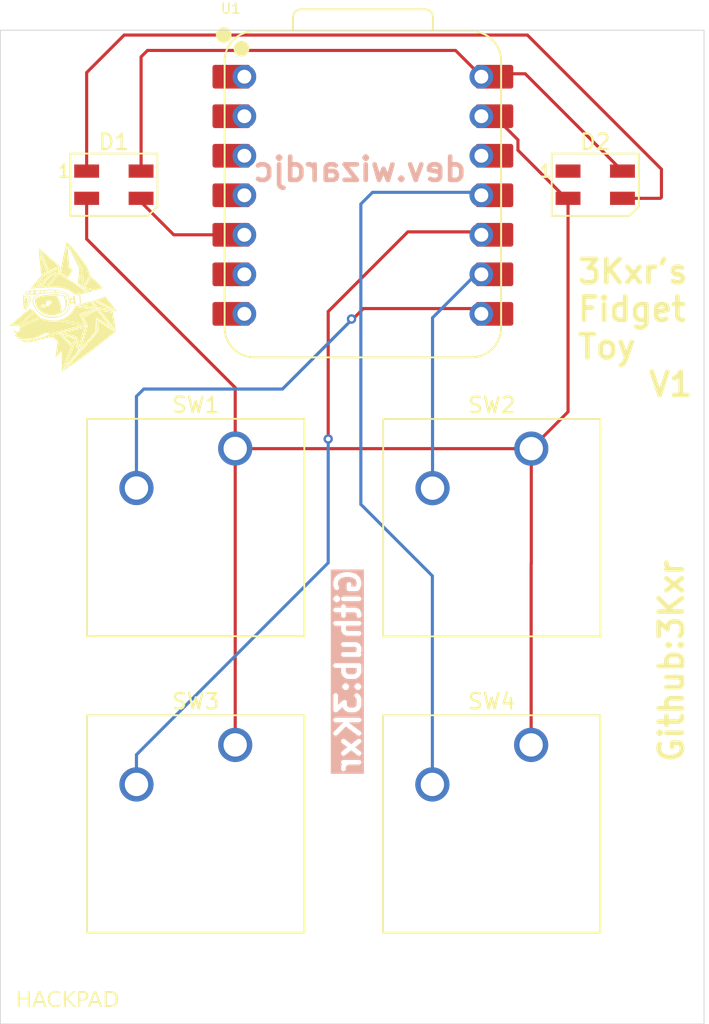
<source format=kicad_pcb>
(kicad_pcb (version 20241229) (generator "pcbnew") (generator_version "9.0")
  (layers (0 "F.Cu" signal) (2 "B.Cu" signal) (13 "F.Paste" user) (15 "B.Paste" user) (5 "F.SilkS" user "F.Silkscreen") (7 "B.SilkS" user "B.Silkscreen") (1 "F.Mask" user) (3 "B.Mask" user) (25 "Edge.Cuts" user))
  (net 0 "")
  (net 1 "Net-(D1-DOUT)")
  (net 2 "Net-(D1-DIN)")
  (net 3 "+5V")
  (net 4 "GND")
  (net 6 "Net-(U1-GPIO1{slash}RX)")
  (net 7 "Net-(U1-GPIO2{slash}SCK)")
  (net 8 "Net-(U1-GPIO4{slash}MISO)")
  (net 9 "Net-(U1-GPIO3{slash}MOSI)")
  (footprint "Button_Switch_Keyboard:SW_Cherry_MX_1.00u_PCB" (layer "F.Cu") (at 143.62 106.54)
    (property "Reference" "SW3" (at -2.54 -2.794 0) (layer "F.SilkS"))
    (property "Value" "SW_Push")
    (pad "" np_thru_hole circle (at -7.62 5.08) (size 1.7 1.7) (drill 1.7) (layers "*.Cu" "*.Mask"))
    (pad "" np_thru_hole circle (at -2.54 5.08) (size 4 4) (drill 4) (layers "*.Cu" "*.Mask"))
    (pad "" np_thru_hole circle (at 2.54 5.08) (size 1.7 1.7) (drill 1.7) (layers "*.Cu" "*.Mask"))
    (pad "1" thru_hole circle (at 0 0) (size 2.2 2.2) (drill 1.5) (layers "*.Cu" "*.Mask") (net 4 "GND"))
    (pad "2" thru_hole circle (at -6.35 2.54) (size 2.2 2.2) (drill 1.5) (layers "*.Cu" "*.Mask") (net 8 "Net-(U1-GPIO4{slash}MISO)"))
  )
  (footprint "OPL Lib:XIAO-RP2040-DIP" (layer "F.Cu") (at 151.83 71.2185)
    (property "Reference" "U1" (at -8.5 -12 0) (layer "F.SilkS") (effects (font (size 0.635 0.635) (thickness 0.1016))))
    (property "Value" "XIAO-RP2040-DIP")
    (pad "1" smd roundrect (at -8.455 -7.62 180) (size 2.432 1.524) (layers "F.Cu" "F.Mask") (roundrect_rratio 0.1))
    (pad "1" thru_hole circle (at -7.62 -7.62 180) (size 1.524 1.524) (drill 0.889) (layers "*.Cu" "*.Mask"))
    (pad "2" smd roundrect (at -8.455 -5.08 180) (size 2.432 1.524) (layers "F.Cu" "F.Mask") (roundrect_rratio 0.1))
    (pad "2" thru_hole circle (at -7.62 -5.08 180) (size 1.524 1.524) (drill 0.889) (layers "*.Cu" "*.Mask"))
    (pad "3" smd roundrect (at -8.455 -2.54 180) (size 2.432 1.524) (layers "F.Cu" "F.Mask") (roundrect_rratio 0.1))
    (pad "3" thru_hole circle (at -7.62 -2.54 180) (size 1.524 1.524) (drill 0.889) (layers "*.Cu" "*.Mask"))
    (pad "4" smd roundrect (at -8.455 0 180) (size 2.432 1.524) (layers "F.Cu" "F.Mask") (roundrect_rratio 0.1))
    (pad "4" thru_hole circle (at -7.62 0 180) (size 1.524 1.524) (drill 0.889) (layers "*.Cu" "*.Mask"))
    (pad "5" smd roundrect (at -8.455 2.54 180) (size 2.432 1.524) (layers "F.Cu" "F.Mask") (roundrect_rratio 0.1) (net 2 "Net-(D1-DIN)"))
    (pad "5" thru_hole circle (at -7.62 2.54 180) (size 1.524 1.524) (drill 0.889) (layers "*.Cu" "*.Mask") (net 2 "Net-(D1-DIN)"))
    (pad "6" smd roundrect (at -8.455 5.08 180) (size 2.432 1.524) (layers "F.Cu" "F.Mask") (roundrect_rratio 0.1))
    (pad "6" thru_hole circle (at -7.62 5.08 180) (size 1.524 1.524) (drill 0.889) (layers "*.Cu" "*.Mask"))
    (pad "7" smd roundrect (at -8.455 7.62 180) (size 2.432 1.524) (layers "F.Cu" "F.Mask") (roundrect_rratio 0.1))
    (pad "7" thru_hole circle (at -7.62 7.62 180) (size 1.524 1.524) (drill 0.889) (layers "*.Cu" "*.Mask"))
    (pad "8" thru_hole circle (at 7.62 7.62) (size 1.524 1.524) (drill 0.889) (layers "*.Cu" "*.Mask") (net 6 "Net-(U1-GPIO1{slash}RX)"))
    (pad "8" smd roundrect (at 8.455 7.62) (size 2.432 1.524) (layers "F.Cu" "F.Mask") (roundrect_rratio 0.1) (net 6 "Net-(U1-GPIO1{slash}RX)"))
    (pad "9" thru_hole circle (at 7.62 5.08) (size 1.524 1.524) (drill 0.889) (layers "*.Cu" "*.Mask") (net 7 "Net-(U1-GPIO2{slash}SCK)"))
    (pad "9" smd roundrect (at 8.455 5.08) (size 2.432 1.524) (layers "F.Cu" "F.Mask") (roundrect_rratio 0.1) (net 7 "Net-(U1-GPIO2{slash}SCK)"))
    (pad "10" thru_hole circle (at 7.62 2.54) (size 1.524 1.524) (drill 0.889) (layers "*.Cu" "*.Mask") (net 8 "Net-(U1-GPIO4{slash}MISO)"))
    (pad "10" smd roundrect (at 8.455 2.54) (size 2.432 1.524) (layers "F.Cu" "F.Mask") (roundrect_rratio 0.1) (net 8 "Net-(U1-GPIO4{slash}MISO)"))
    (pad "11" thru_hole circle (at 7.62 0) (size 1.524 1.524) (drill 0.889) (layers "*.Cu" "*.Mask") (net 9 "Net-(U1-GPIO3{slash}MOSI)"))
    (pad "11" smd roundrect (at 8.455 0) (size 2.432 1.524) (layers "F.Cu" "F.Mask") (roundrect_rratio 0.1) (net 9 "Net-(U1-GPIO3{slash}MOSI)"))
    (pad "12" thru_hole circle (at 7.62 -2.54) (size 1.524 1.524) (drill 0.889) (layers "*.Cu" "*.Mask"))
    (pad "12" smd roundrect (at 8.455 -2.54) (size 2.432 1.524) (layers "F.Cu" "F.Mask") (roundrect_rratio 0.1))
    (pad "13" thru_hole circle (at 7.62 -5.08) (size 1.524 1.524) (drill 0.889) (layers "*.Cu" "*.Mask") (net 4 "GND"))
    (pad "13" smd roundrect (at 8.455 -5.08) (size 2.432 1.524) (layers "F.Cu" "F.Mask") (roundrect_rratio 0.1) (net 4 "GND"))
    (pad "14" thru_hole circle (at 7.62 -7.62) (size 1.524 1.524) (drill 0.889) (layers "*.Cu" "*.Mask") (net 3 "+5V"))
    (pad "14" smd roundrect (at 8.455 -7.62) (size 2.432 1.524) (layers "F.Cu" "F.Mask") (roundrect_rratio 0.1) (net 3 "+5V"))
  )
  (footprint "LED_SMD:LED_SK6812MINI_PLCC4_3.5x3.5mm_P1.75mm" (layer "F.Cu") (at 166.77375 70.53875)
    (property "Reference" "D2" (at 0 -2.75 0) (layer "F.SilkS"))
    (property "Value" "SK6812MINI")
    (fp_text user "1" (at -3.2 -0.875 0) (layer "F.SilkS") (effects (font (size 0.8 0.8))))
    (pad "1" smd rect (at -1.75 -0.875) (size 1.6 0.85) (layers "F.Cu" "F.Mask" "F.Paste"))
    (pad "2" smd rect (at -1.75 0.875) (size 1.6 0.85) (layers "F.Cu" "F.Mask" "F.Paste") (net 4 "GND"))
    (pad "3" smd rect (at 1.75 0.875) (size 1.6 0.85) (layers "F.Cu" "F.Mask" "F.Paste") (net 1 "Net-(D1-DOUT)"))
    (pad "4" smd rect (at 1.75 -0.875) (size 1.6 0.85) (layers "F.Cu" "F.Mask" "F.Paste") (net 3 "+5V"))
  )
  (footprint "LED_SMD:LED_SK6812MINI_PLCC4_3.5x3.5mm_P1.75mm" (layer "F.Cu") (at 135.8175 70.53875)
    (property "Reference" "D1" (at 0 -2.75 0) (layer "F.SilkS"))
    (property "Value" "SK6812MINI")
    (fp_text user "1" (at -3.2 -0.875 0) (layer "F.SilkS") (effects (font (size 0.8 0.8))))
    (pad "1" smd rect (at -1.75 -0.875) (size 1.6 0.85) (layers "F.Cu" "F.Mask" "F.Paste") (net 1 "Net-(D1-DOUT)"))
    (pad "2" smd rect (at -1.75 0.875) (size 1.6 0.85) (layers "F.Cu" "F.Mask" "F.Paste") (net 4 "GND"))
    (pad "3" smd rect (at 1.75 0.875) (size 1.6 0.85) (layers "F.Cu" "F.Mask" "F.Paste") (net 2 "Net-(D1-DIN)"))
    (pad "4" smd rect (at 1.75 -0.875) (size 1.6 0.85) (layers "F.Cu" "F.Mask" "F.Paste") (net 3 "+5V"))
  )
  (footprint "icon:Untitled" (layer "F.Cu") (at 132.44 78.46)
    (property "Reference" "G***" (hide yes))
    (property "Value" "LOGO" (hide yes))
  )
  (footprint "Button_Switch_Keyboard:SW_Cherry_MX_1.00u_PCB" (layer "F.Cu") (at 143.62 87.49)
    (property "Reference" "SW1" (at -2.54 -2.794 0) (layer "F.SilkS"))
    (property "Value" "SW_Push")
    (pad "" np_thru_hole circle (at -7.62 5.08) (size 1.7 1.7) (drill 1.7) (layers "*.Cu" "*.Mask"))
    (pad "" np_thru_hole circle (at -2.54 5.08) (size 4 4) (drill 4) (layers "*.Cu" "*.Mask"))
    (pad "" np_thru_hole circle (at 2.54 5.08) (size 1.7 1.7) (drill 1.7) (layers "*.Cu" "*.Mask"))
    (pad "1" thru_hole circle (at 0 0) (size 2.2 2.2) (drill 1.5) (layers "*.Cu" "*.Mask") (net 4 "GND"))
    (pad "2" thru_hole circle (at -6.35 2.54) (size 2.2 2.2) (drill 1.5) (layers "*.Cu" "*.Mask") (net 6 "Net-(U1-GPIO1{slash}RX)"))
  )
  (footprint "Button_Switch_Keyboard:SW_Cherry_MX_1.00u_PCB" (layer "F.Cu") (at 162.66 87.5)
    (property "Reference" "SW2" (at -2.54 -2.794 0) (layer "F.SilkS"))
    (property "Value" "SW_Push")
    (pad "" np_thru_hole circle (at -7.62 5.08) (size 1.7 1.7) (drill 1.7) (layers "*.Cu" "*.Mask"))
    (pad "" np_thru_hole circle (at -2.54 5.08) (size 4 4) (drill 4) (layers "*.Cu" "*.Mask"))
    (pad "" np_thru_hole circle (at 2.54 5.08) (size 1.7 1.7) (drill 1.7) (layers "*.Cu" "*.Mask"))
    (pad "1" thru_hole circle (at 0 0) (size 2.2 2.2) (drill 1.5) (layers "*.Cu" "*.Mask") (net 4 "GND"))
    (pad "2" thru_hole circle (at -6.35 2.54) (size 2.2 2.2) (drill 1.5) (layers "*.Cu" "*.Mask") (net 7 "Net-(U1-GPIO2{slash}SCK)"))
  )
  (footprint "Button_Switch_Keyboard:SW_Cherry_MX_1.00u_PCB" (layer "F.Cu") (at 162.65 106.54)
    (property "Reference" "SW4" (at -2.54 -2.794 0) (layer "F.SilkS"))
    (property "Value" "SW_Push")
    (pad "" np_thru_hole circle (at -7.62 5.08) (size 1.7 1.7) (drill 1.7) (layers "*.Cu" "*.Mask"))
    (pad "" np_thru_hole circle (at -2.54 5.08) (size 4 4) (drill 4) (layers "*.Cu" "*.Mask"))
    (pad "" np_thru_hole circle (at 2.54 5.08) (size 1.7 1.7) (drill 1.7) (layers "*.Cu" "*.Mask"))
    (pad "1" thru_hole circle (at 0 0) (size 2.2 2.2) (drill 1.5) (layers "*.Cu" "*.Mask") (net 4 "GND"))
    (pad "2" thru_hole circle (at -6.35 2.54) (size 2.2 2.2) (drill 1.5) (layers "*.Cu" "*.Mask") (net 9 "Net-(U1-GPIO3{slash}MOSI)"))
  )
  (gr_rect (start 128.52 60.61) (end 173.77 124.47) (stroke (width 0.05)) (fill no) (layer "Edge.Cuts"))
  (gr_text "Github:3Kxr" (at 172.55 107.81 90) (layer "F.SilkS") (effects (font (size 1.5 1.5) (thickness 0.3) (bold yes)) (justify left bottom)))
  (gr_text "HACKPAD" (at 129.5 123.55 0) (layer "F.SilkS") (effects (font (size 1 1) (thickness 0.1)) (justify left bottom)))
  (gr_text "3Kxr's\nFidget \nToy\n    V1" (at 165.5 84.25 0) (layer "F.SilkS") (effects (font (size 1.5 1.5) (thickness 0.3) (bold yes)) (justify left bottom)))
  (gr_text "dev.wizardjc" (at 158.64 70.43 0) (layer "B.SilkS") (effects (font (size 1.5 1.5) (thickness 0.3) (bold yes)) (justify left bottom mirror)))
  (gr_text "Github:3Kxr" (at 151.78 95.1 90) (layer "B.SilkS" knockout) (effects (font (size 1.5 1.5) (thickness 0.3) (bold yes)) (justify left bottom mirror)))
  (segment (start 134.0675 69.66375) (end 134.0675 63.3325) (width 0.2) (layer "F.Cu") (net 1))
  (segment (start 171.03 71.34) (end 170.95625 71.41375) (width 0.2) (layer "F.Cu") (net 1))
  (segment (start 170.95625 71.41375) (end 168.52375 71.41375) (width 0.2) (layer "F.Cu") (net 1))
  (segment (start 171.03 69.541) (end 171.03 71.34) (width 0.2) (layer "F.Cu") (net 1))
  (segment (start 136.479 60.921) (end 162.41 60.921) (width 0.2) (layer "F.Cu") (net 1))
  (segment (start 162.41 60.921) (end 171.03 69.541) (width 0.2) (layer "F.Cu") (net 1))
  (segment (start 134.0675 63.3325) (end 136.479 60.921) (width 0.2) (layer "F.Cu") (net 1))
  (segment (start 137.5675 71.6575) (end 139.6685 73.7585) (width 0.2) (layer "F.Cu") (net 2))
  (segment (start 139.6685 73.7585) (end 143.375 73.7585) (width 0.2) (layer "F.Cu") (net 2))
  (segment (start 143.0635 73.4185) (end 142.91 73.4185) (width 0.2) (layer "F.Cu") (net 2))
  (segment (start 137.5675 71.41375) (end 137.5675 71.6575) (width 0.2) (layer "F.Cu") (net 2))
  (segment (start 143.915 74.27) (end 143.0635 73.4185) (width 0.2) (layer "F.Cu") (net 2))
  (segment (start 159.45 63.57) (end 159.45 63.5985) (width 0.2) (layer "F.Cu") (net 3))
  (segment (start 159.1365 63.41) (end 162.27 63.41) (width 0.2) (layer "F.Cu") (net 3))
  (segment (start 157.79 61.91) (end 159.45 63.57) (width 0.2) (layer "F.Cu") (net 3))
  (segment (start 158.985 63.2585) (end 159.1365 63.41) (width 0.2) (layer "F.Cu") (net 3))
  (segment (start 162.27 63.41) (end 168.52375 69.66375) (width 0.2) (layer "F.Cu") (net 3))
  (segment (start 137.5675 62.3225) (end 137.98 61.91) (width 0.2) (layer "F.Cu") (net 3))
  (segment (start 137.5675 69.66375) (end 137.5675 62.3225) (width 0.2) (layer "F.Cu") (net 3))
  (segment (start 137.98 61.91) (end 157.79 61.91) (width 0.2) (layer "F.Cu") (net 3))
  (segment (start 161.802 68.322) (end 161.802 67.6555) (width 0.2) (layer "F.Cu") (net 4))
  (segment (start 161.802 67.6555) (end 160.285 66.1385) (width 0.2) (layer "F.Cu") (net 4))
  (segment (start 143.62 87.49) (end 143.65 87.49) (width 0.2) (layer "F.Cu") (net 4))
  (segment (start 143.66 87.5) (end 162.66 87.5) (width 0.2) (layer "F.Cu") (net 4))
  (segment (start 134.0675 74.0275) (end 134.0675 71.41375) (width 0.2) (layer "F.Cu") (net 4))
  (segment (start 165.02375 71.41375) (end 165.02375 85.13625) (width 0.2) (layer "F.Cu") (net 4))
  (segment (start 143.62 87.49) (end 143.62 83.58) (width 0.2) (layer "F.Cu") (net 4))
  (segment (start 143.62 87.49) (end 143.62 106.54) (width 0.2) (layer "F.Cu") (net 4))
  (segment (start 165.02375 85.13625) (end 162.66 87.5) (width 0.2) (layer "F.Cu") (net 4))
  (segment (start 164.72525 71.41375) (end 165.02375 71.41375) (width 0.2) (layer "F.Cu") (net 4))
  (segment (start 162.66 94.88) (end 162.65 94.89) (width 0.2) (layer "F.Cu") (net 4))
  (segment (start 158.985 65.7985) (end 159.11 65.7985) (width 0.2) (layer "F.Cu") (net 4))
  (segment (start 165.02375 71.41375) (end 164.89375 71.41375) (width 0.2) (layer "F.Cu") (net 4))
  (segment (start 162.65 94.89) (end 162.65 106.54) (width 0.2) (layer "F.Cu") (net 4))
  (segment (start 162.66 87.5) (end 162.66 94.88) (width 0.2) (layer "F.Cu") (net 4))
  (segment (start 143.62 83.58) (end 134.0675 74.0275) (width 0.2) (layer "F.Cu") (net 4))
  (segment (start 143.65 87.49) (end 143.66 87.5) (width 0.2) (layer "F.Cu") (net 4))
  (segment (start 164.89375 71.41375) (end 161.802 68.322) (width 0.2) (layer "F.Cu") (net 4))
  (segment (start 151.19 79.17) (end 151.8615 78.4985) (width 0.2) (layer "F.Cu") (net 6))
  (segment (start 159.11 78.4985) (end 159.45 78.8385) (width 0.2) (layer "F.Cu") (net 6))
  (segment (start 151.8615 78.4985) (end 159.11 78.4985) (width 0.2) (layer "F.Cu") (net 6))
  (segment (start 151.1 79.17) (end 151.19 79.17) (width 0.2) (layer "F.Cu") (net 6))
  (via (at 151.1 79.17) (size 0.6) (drill 0.3) (layers "F.Cu" "B.Cu") (net 6))
  (via (at 151.1 79.17) (size 0.6) (drill 0.3) (layers "F.Cu" "B.Cu") (net 6))
  (segment (start 146.66 83.67) (end 151.16 79.17) (width 0.2) (layer "B.Cu") (net 6))
  (segment (start 137.27 84.14) (end 137.74 83.67) (width 0.2) (layer "B.Cu") (net 6))
  (segment (start 137.27 90.03) (end 137.27 84.14) (width 0.2) (layer "B.Cu") (net 6))
  (segment (start 151.16 79.17) (end 151.1 79.17) (width 0.2) (layer "B.Cu") (net 6))
  (segment (start 137.74 83.67) (end 146.66 83.67) (width 0.2) (layer "B.Cu") (net 6))
  (segment (start 156.31 79.09) (end 159.29 76.11) (width 0.2) (layer "B.Cu") (net 7))
  (segment (start 156.31 90.04) (end 156.31 79.09) (width 0.2) (layer "B.Cu") (net 7))
  (segment (start 159.1385 73.4185) (end 159.29 73.57) (width 0.2) (layer "F.Cu") (net 8))
  (segment (start 149.6 78.69) (end 149.6 86.88) (width 0.2) (layer "F.Cu") (net 8))
  (segment (start 154.72 73.57) (end 149.6 78.69) (width 0.2) (layer "F.Cu") (net 8))
  (segment (start 159.29 73.57) (end 154.72 73.57) (width 0.2) (layer "F.Cu") (net 8))
  (via (at 149.6 86.88) (size 0.6) (drill 0.3) (layers "F.Cu" "B.Cu") (net 8))
  (segment (start 149.6 86.88) (end 149.6 94.84) (width 0.2) (layer "B.Cu") (net 8))
  (segment (start 137.27 107.17) (end 137.27 109.08) (width 0.2) (layer "B.Cu") (net 8))
  (segment (start 149.6 94.84) (end 137.27 107.17) (width 0.2) (layer "B.Cu") (net 8))
  (segment (start 156.3 109.08) (end 156.3 95.68) (width 0.2) (layer "B.Cu") (net 9))
  (segment (start 151.7 91.08) (end 151.7 71.78) (width 0.2) (layer "B.Cu") (net 9))
  (segment (start 152.45 71.03) (end 159.29 71.03) (width 0.2) (layer "B.Cu") (net 9))
  (segment (start 156.3 95.68) (end 151.7 91.08) (width 0.2) (layer "B.Cu") (net 9))
  (segment (start 159.29 71.03) (end 159.1385 70.8785) (width 0.2) (layer "B.Cu") (net 9))
  (segment (start 151.7 71.78) (end 152.45 71.03) (width 0.2) (layer "B.Cu") (net 9))
)
</source>
